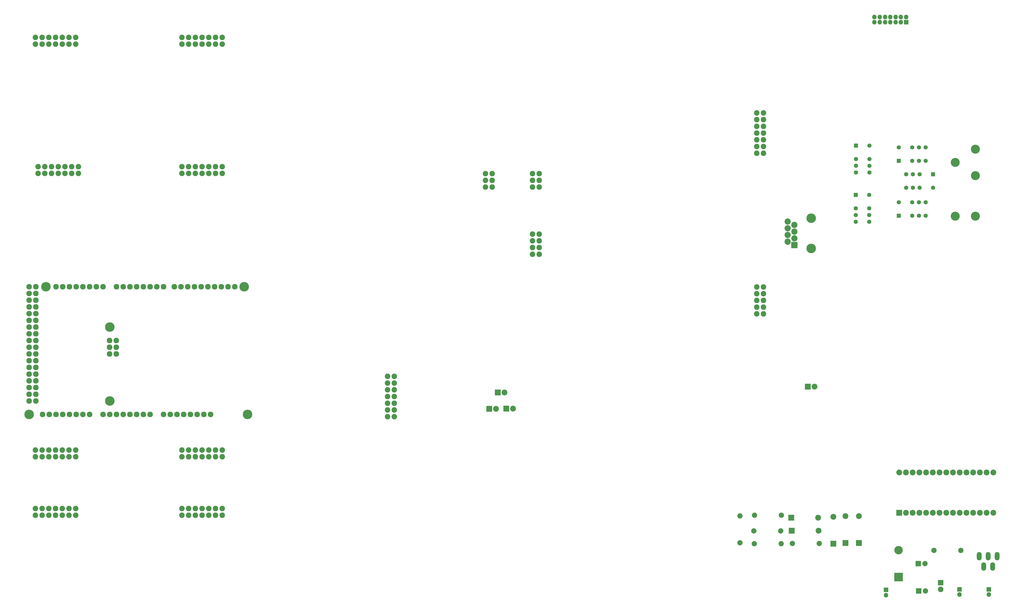
<source format=gbr>
G04 #@! TF.FileFunction,Soldermask,Bot*
%FSLAX46Y46*%
G04 Gerber Fmt 4.6, Leading zero omitted, Abs format (unit mm)*
G04 Created by KiCad (PCBNEW 4.0.6) date 02/18/20 12:40:55*
%MOMM*%
%LPD*%
G01*
G04 APERTURE LIST*
%ADD10C,0.100000*%
%ADD11C,2.082800*%
%ADD12R,2.000000X2.000000*%
%ADD13C,2.000000*%
%ADD14R,2.200000X2.200000*%
%ADD15C,2.200000*%
%ADD16O,2.200000X2.200000*%
%ADD17R,3.200000X3.200000*%
%ADD18O,3.200000X3.200000*%
%ADD19R,2.360000X2.360000*%
%ADD20C,2.360000*%
%ADD21C,3.600000*%
%ADD22R,1.750000X1.750000*%
%ADD23O,1.750000X1.750000*%
%ADD24R,1.600000X1.600000*%
%ADD25C,1.600000*%
%ADD26C,3.400000*%
%ADD27O,2.000000X2.000000*%
%ADD28O,2.127200X2.127200*%
%ADD29R,2.100000X2.100000*%
%ADD30O,2.100000X2.100000*%
%ADD31O,1.808000X3.216000*%
G04 APERTURE END LIST*
D10*
D11*
X133400000Y-102400000D03*
X133400000Y-99860000D03*
X135940000Y-102400000D03*
X135940000Y-99860000D03*
X138480000Y-102400000D03*
X138480000Y-99860000D03*
X141020000Y-102400000D03*
X141020000Y-99860000D03*
X143560000Y-102400000D03*
X143560000Y-99860000D03*
X146100000Y-102400000D03*
X146100000Y-99860000D03*
X148640000Y-102400000D03*
X148640000Y-99860000D03*
X188800000Y-102400000D03*
X188800000Y-99860000D03*
X191340000Y-102400000D03*
X191340000Y-99860000D03*
X193880000Y-102400000D03*
X193880000Y-99860000D03*
X196420000Y-102400000D03*
X196420000Y-99860000D03*
X198960000Y-102400000D03*
X198960000Y-99860000D03*
X201500000Y-102400000D03*
X201500000Y-99860000D03*
X204040000Y-102400000D03*
X204040000Y-99860000D03*
X188800000Y-151200000D03*
X188800000Y-148660000D03*
X191340000Y-151200000D03*
X191340000Y-148660000D03*
X193880000Y-151200000D03*
X193880000Y-148660000D03*
X196420000Y-151200000D03*
X196420000Y-148660000D03*
X198960000Y-151200000D03*
X198960000Y-148660000D03*
X201500000Y-151200000D03*
X201500000Y-148660000D03*
X204040000Y-151200000D03*
X204040000Y-148660000D03*
X134400000Y-151200000D03*
X134400000Y-148660000D03*
X136940000Y-151200000D03*
X136940000Y-148660000D03*
X139480000Y-151200000D03*
X139480000Y-148660000D03*
X142020000Y-151200000D03*
X142020000Y-148660000D03*
X144560000Y-151200000D03*
X144560000Y-148660000D03*
X147100000Y-151200000D03*
X147100000Y-148660000D03*
X149640000Y-151200000D03*
X149640000Y-148660000D03*
X133400000Y-280400000D03*
X133400000Y-277860000D03*
X135940000Y-280400000D03*
X135940000Y-277860000D03*
X138480000Y-280400000D03*
X138480000Y-277860000D03*
X141020000Y-280400000D03*
X141020000Y-277860000D03*
X143560000Y-280400000D03*
X143560000Y-277860000D03*
X146100000Y-280400000D03*
X146100000Y-277860000D03*
X148640000Y-280400000D03*
X148640000Y-277860000D03*
X188800000Y-280400000D03*
X188800000Y-277860000D03*
X191340000Y-280400000D03*
X191340000Y-277860000D03*
X193880000Y-280400000D03*
X193880000Y-277860000D03*
X196420000Y-280400000D03*
X196420000Y-277860000D03*
X198960000Y-280400000D03*
X198960000Y-277860000D03*
X201500000Y-280400000D03*
X201500000Y-277860000D03*
X204040000Y-280400000D03*
X204040000Y-277860000D03*
X133400000Y-258300000D03*
X133400000Y-255760000D03*
X135940000Y-258300000D03*
X135940000Y-255760000D03*
X138480000Y-258300000D03*
X138480000Y-255760000D03*
X141020000Y-258300000D03*
X141020000Y-255760000D03*
X143560000Y-258300000D03*
X143560000Y-255760000D03*
X146100000Y-258300000D03*
X146100000Y-255760000D03*
X148640000Y-258300000D03*
X148640000Y-255760000D03*
X188800000Y-258300000D03*
X188800000Y-255760000D03*
X191340000Y-258300000D03*
X191340000Y-255760000D03*
X193880000Y-258300000D03*
X193880000Y-255760000D03*
X196420000Y-258300000D03*
X196420000Y-255760000D03*
X198960000Y-258300000D03*
X198960000Y-255760000D03*
X201500000Y-258300000D03*
X201500000Y-255760000D03*
X204040000Y-258300000D03*
X204040000Y-255760000D03*
X269000000Y-243200000D03*
X266460000Y-243200000D03*
X269000000Y-240660000D03*
X266460000Y-240660000D03*
X269000000Y-238120000D03*
X266460000Y-238120000D03*
X269000000Y-235580000D03*
X266460000Y-235580000D03*
X269000000Y-233040000D03*
X266460000Y-233040000D03*
X269000000Y-230500000D03*
X266460000Y-230500000D03*
X269000000Y-227960000D03*
X266460000Y-227960000D03*
X408600000Y-143600000D03*
X406060000Y-143600000D03*
X408600000Y-141060000D03*
X406060000Y-141060000D03*
X408600000Y-138520000D03*
X406060000Y-138520000D03*
X408600000Y-135980000D03*
X406060000Y-135980000D03*
X408600000Y-133440000D03*
X406060000Y-133440000D03*
X408600000Y-130900000D03*
X406060000Y-130900000D03*
X408600000Y-128360000D03*
X406060000Y-128360000D03*
X323800000Y-156400000D03*
X321260000Y-156400000D03*
X323800000Y-153860000D03*
X321260000Y-153860000D03*
X323800000Y-151320000D03*
X321260000Y-151320000D03*
X306000000Y-156400000D03*
X303460000Y-156400000D03*
X306000000Y-153860000D03*
X303460000Y-153860000D03*
X306000000Y-151320000D03*
X303460000Y-151320000D03*
X323800000Y-181800000D03*
X321260000Y-181800000D03*
X323800000Y-179260000D03*
X321260000Y-179260000D03*
X323800000Y-176720000D03*
X321260000Y-176720000D03*
X323800000Y-174180000D03*
X321260000Y-174180000D03*
X408600000Y-204267000D03*
X406060000Y-204267000D03*
X408600000Y-201727000D03*
X406060000Y-201727000D03*
X408600000Y-199187000D03*
X406060000Y-199187000D03*
X408600000Y-196647000D03*
X406060000Y-196647000D03*
X408600000Y-194107000D03*
X406060000Y-194107000D03*
D12*
X467258000Y-309067000D03*
D13*
X469758000Y-309067000D03*
D12*
X467081000Y-298679000D03*
D13*
X469581000Y-298679000D03*
D14*
X311404000Y-240132000D03*
D15*
X313944000Y-240132000D03*
D14*
X419100000Y-281381000D03*
D16*
X429260000Y-281381000D03*
D14*
X434975000Y-291186000D03*
D16*
X434975000Y-281026000D03*
D14*
X419278000Y-286283000D03*
D16*
X429438000Y-286283000D03*
D14*
X444627000Y-290957000D03*
D16*
X444627000Y-280797000D03*
D14*
X425298000Y-231800000D03*
D15*
X427838000Y-231800000D03*
D17*
X459613000Y-303809000D03*
D18*
X459613000Y-293649000D03*
D14*
X439598000Y-290957000D03*
D16*
X439598000Y-280797000D03*
D14*
X308153000Y-234061000D03*
D15*
X310693000Y-234061000D03*
D14*
X304902000Y-240208000D03*
D15*
X307442000Y-240208000D03*
D19*
X420243000Y-178308000D03*
D20*
X417703000Y-177038000D03*
X420243000Y-175768000D03*
X417703000Y-174498000D03*
X420243000Y-173228000D03*
X417703000Y-171958000D03*
X420243000Y-170688000D03*
X417703000Y-169418000D03*
D21*
X426593000Y-179578000D03*
X426593000Y-168148000D03*
D22*
X482651000Y-308407000D03*
D23*
X482651000Y-310407000D03*
D22*
X493751000Y-308407000D03*
D23*
X493751000Y-310407000D03*
D22*
X454914000Y-308610000D03*
D23*
X454914000Y-310610000D03*
D24*
X443560000Y-140692000D03*
D25*
X448640000Y-140692000D03*
X443560000Y-145772000D03*
X448640000Y-150852000D03*
X443560000Y-148312000D03*
X443560000Y-150852000D03*
X448640000Y-145772000D03*
X448640000Y-148312000D03*
D24*
X459665000Y-167183000D03*
D25*
X459665000Y-162103000D03*
X464745000Y-167183000D03*
X469825000Y-162103000D03*
X467285000Y-167183000D03*
X469825000Y-167183000D03*
X464745000Y-162103000D03*
X467285000Y-162103000D03*
D24*
X472642000Y-151536000D03*
D25*
X472642000Y-156616000D03*
X467562000Y-151536000D03*
X462482000Y-156616000D03*
X465022000Y-151536000D03*
X462482000Y-151536000D03*
X467562000Y-156616000D03*
X465022000Y-156616000D03*
D24*
X459742000Y-146482000D03*
D25*
X459742000Y-141402000D03*
X464822000Y-146482000D03*
X469902000Y-141402000D03*
X467362000Y-146482000D03*
X469902000Y-146482000D03*
X464822000Y-141402000D03*
X467362000Y-141402000D03*
D24*
X443484000Y-159361000D03*
D25*
X448564000Y-159361000D03*
X443484000Y-164441000D03*
X448564000Y-169521000D03*
X443484000Y-166981000D03*
X443484000Y-169521000D03*
X448564000Y-164441000D03*
X448564000Y-166981000D03*
D26*
X481051000Y-167411000D03*
X488671000Y-167411000D03*
X481051000Y-147091000D03*
X488671000Y-142091000D03*
X488671000Y-152091000D03*
D13*
X472999000Y-293726000D03*
D27*
X483159000Y-293726000D03*
D28*
X163932000Y-219456000D03*
X161392000Y-219456000D03*
X161392000Y-216916000D03*
X163932000Y-216916000D03*
X161392000Y-214376000D03*
X176759000Y-242316000D03*
X181839000Y-242316000D03*
X184379000Y-242316000D03*
X186919000Y-242316000D03*
X189459000Y-242316000D03*
X191999000Y-242316000D03*
X194539000Y-242316000D03*
X197079000Y-242316000D03*
X141199000Y-194056000D03*
X143739000Y-194056000D03*
X146279000Y-194056000D03*
X148819000Y-194056000D03*
X151359000Y-194056000D03*
X153899000Y-194056000D03*
X156439000Y-194056000D03*
X158979000Y-194056000D03*
X164059000Y-194056000D03*
X166599000Y-194056000D03*
X169139000Y-194056000D03*
X171679000Y-194056000D03*
X174219000Y-194056000D03*
X176759000Y-194056000D03*
X179299000Y-194056000D03*
X181839000Y-194056000D03*
X201143000Y-194056000D03*
X185903000Y-194056000D03*
X188443000Y-194056000D03*
X190983000Y-194056000D03*
D21*
X161519000Y-237236000D03*
X161519000Y-209296000D03*
X137389000Y-194056000D03*
X212319000Y-194056000D03*
X131039000Y-242316000D03*
X213589000Y-242316000D03*
D28*
X208763000Y-194056000D03*
X206223000Y-194056000D03*
X203683000Y-194056000D03*
X198603000Y-194056000D03*
X196063000Y-194056000D03*
X193523000Y-194056000D03*
X199619000Y-242316000D03*
X174219000Y-242316000D03*
X171679000Y-242316000D03*
X169139000Y-242316000D03*
X166599000Y-242316000D03*
X164059000Y-242316000D03*
X161519000Y-242316000D03*
X158979000Y-242316000D03*
X153899000Y-242316000D03*
X151359000Y-242316000D03*
X148819000Y-242316000D03*
X146279000Y-242316000D03*
X143739000Y-242316000D03*
X141199000Y-242316000D03*
X138659000Y-242316000D03*
X136119000Y-242316000D03*
X133579000Y-194056000D03*
X131039000Y-194056000D03*
X133579000Y-196596000D03*
X131039000Y-196596000D03*
X133579000Y-199136000D03*
X131039000Y-199136000D03*
X133579000Y-201676000D03*
X131039000Y-201676000D03*
X133579000Y-204216000D03*
X131039000Y-204216000D03*
X133579000Y-206756000D03*
X131039000Y-206756000D03*
X133579000Y-209296000D03*
X131039000Y-209296000D03*
X133579000Y-211836000D03*
X131039000Y-211836000D03*
X133579000Y-214376000D03*
X131039000Y-214376000D03*
X133579000Y-216916000D03*
X131039000Y-216916000D03*
X133579000Y-219456000D03*
X131039000Y-219456000D03*
X133579000Y-221996000D03*
X131039000Y-221996000D03*
X133579000Y-224536000D03*
X131039000Y-224536000D03*
X133579000Y-227076000D03*
X131039000Y-227076000D03*
X133579000Y-229616000D03*
X131039000Y-229616000D03*
X133579000Y-232156000D03*
X131039000Y-232156000D03*
X133579000Y-234696000D03*
X131039000Y-234696000D03*
X133579000Y-237236000D03*
X131039000Y-237236000D03*
X163932000Y-214376000D03*
D13*
X419456000Y-291059000D03*
D27*
X429616000Y-291059000D03*
D13*
X405130000Y-291160000D03*
D27*
X415290000Y-291160000D03*
D13*
X404952000Y-286360000D03*
D27*
X415112000Y-286360000D03*
D13*
X399644000Y-290855000D03*
D27*
X399644000Y-280695000D03*
D13*
X415341000Y-280391000D03*
D27*
X405181000Y-280391000D03*
D29*
X475539000Y-305892000D03*
D30*
X475539000Y-308432000D03*
D14*
X459892000Y-279476000D03*
D15*
X462432000Y-279476000D03*
X464972000Y-279476000D03*
X467512000Y-279476000D03*
X470052000Y-279476000D03*
X472592000Y-279476000D03*
X475132000Y-279476000D03*
X477672000Y-279476000D03*
X480212000Y-279476000D03*
X482752000Y-279476000D03*
X485292000Y-279476000D03*
X487832000Y-279476000D03*
X490372000Y-279476000D03*
X492912000Y-279476000D03*
X495452000Y-279476000D03*
X495452000Y-264236000D03*
X492912000Y-264236000D03*
X490372000Y-264236000D03*
X487832000Y-264236000D03*
X485292000Y-264236000D03*
X482752000Y-264236000D03*
X480212000Y-264236000D03*
X477672000Y-264236000D03*
X475132000Y-264236000D03*
X472592000Y-264236000D03*
X470052000Y-264236000D03*
X467512000Y-264236000D03*
X464972000Y-264236000D03*
X462432000Y-264236000D03*
X459892000Y-264236000D03*
D31*
X495197000Y-299817000D03*
X491797000Y-299817000D03*
X496897000Y-295917000D03*
X493497000Y-295917000D03*
X490097000Y-295917000D03*
D22*
X462508600Y-94081600D03*
D23*
X462508600Y-92081600D03*
X460508600Y-94081600D03*
X460508600Y-92081600D03*
X458508600Y-94081600D03*
X458508600Y-92081600D03*
X456508600Y-94081600D03*
X456508600Y-92081600D03*
X454508600Y-94081600D03*
X454508600Y-92081600D03*
X452508600Y-94081600D03*
X452508600Y-92081600D03*
X450508600Y-94081600D03*
X450508600Y-92081600D03*
M02*

</source>
